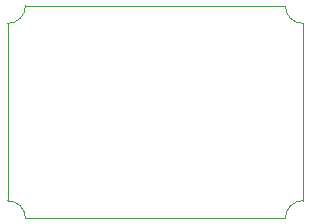
<source format=gm1>
%TF.GenerationSoftware,KiCad,Pcbnew,(5.1.6)-1*%
%TF.CreationDate,2020-09-20T19:32:56+01:00*%
%TF.ProjectId,batt,62617474-2e6b-4696-9361-645f70636258,rev?*%
%TF.SameCoordinates,Original*%
%TF.FileFunction,Profile,NP*%
%FSLAX46Y46*%
G04 Gerber Fmt 4.6, Leading zero omitted, Abs format (unit mm)*
G04 Created by KiCad (PCBNEW (5.1.6)-1) date 2020-09-20 19:32:56*
%MOMM*%
%LPD*%
G01*
G04 APERTURE LIST*
%TA.AperFunction,Profile*%
%ADD10C,0.050000*%
%TD*%
G04 APERTURE END LIST*
D10*
X87000000Y-42500000D02*
G75*
G02*
X85500000Y-41000000I0J1500000D01*
G01*
X85500000Y-59000000D02*
G75*
G02*
X87000000Y-57500000I1500000J0D01*
G01*
X62000000Y-57500000D02*
G75*
G02*
X63500000Y-59000000I0J-1500000D01*
G01*
X63500000Y-41000000D02*
G75*
G02*
X62000000Y-42500000I-1500000J0D01*
G01*
X87000000Y-57500000D02*
X87000000Y-42500000D01*
X63500000Y-59000000D02*
X85500000Y-59000000D01*
X62000000Y-42500000D02*
X62000000Y-57500000D01*
X85500000Y-41000000D02*
X63500000Y-41000000D01*
M02*

</source>
